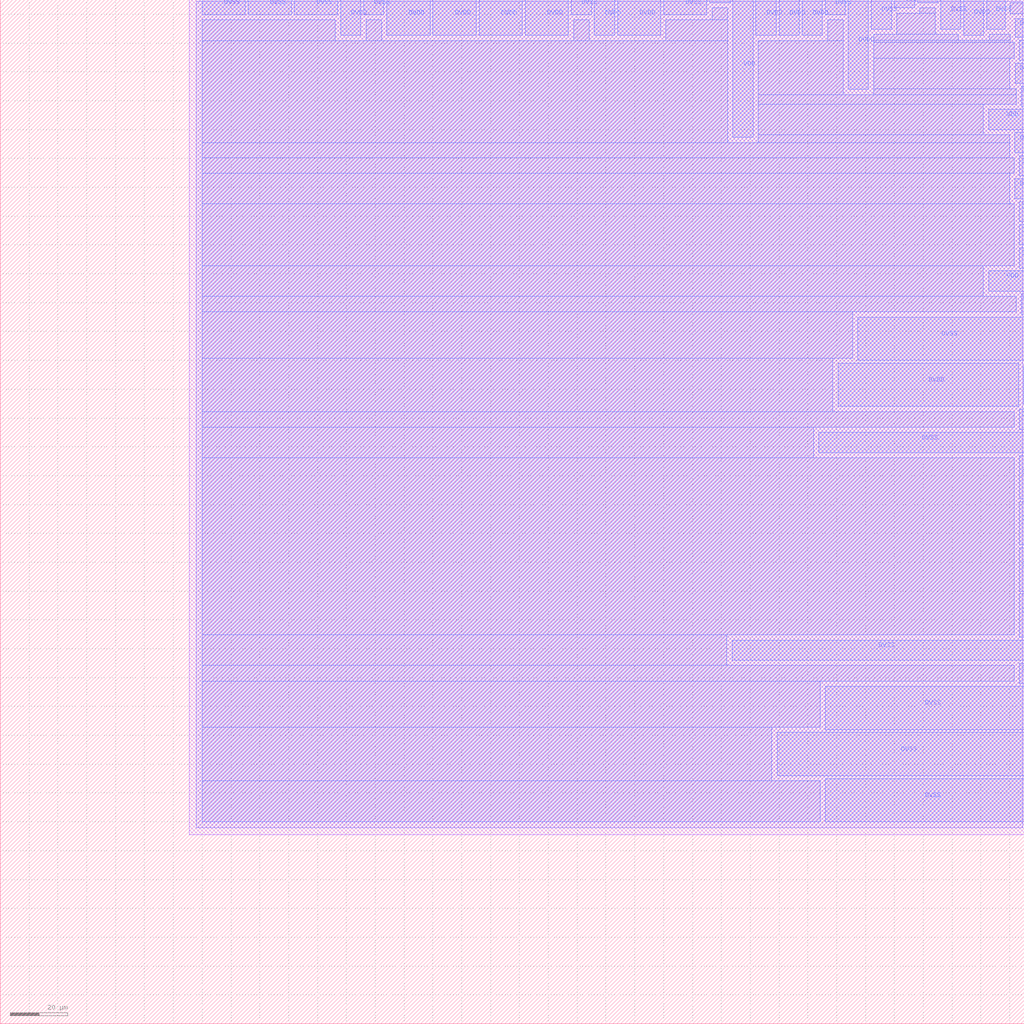
<source format=lef>
VERSION 5.7 ;
  NOWIREEXTENSIONATPIN ON ;
  DIVIDERCHAR "/" ;
  BUSBITCHARS "[]" ;
MACRO gf180mcu_fd_io__cor
  CLASS ENDCAP BOTTOMLEFT ;
  FOREIGN gf180mcu_fd_io__cor ;
  ORIGIN 0.000 0.000 ;
  SIZE 355.000 BY 355.000 ;
  SYMMETRY X Y R90 ;
  SITE GF_COR_Site ;
  PIN DVDD
    DIRECTION INOUT ;
    USE POWER ;
    PORT
      LAYER Metal3 ;
        RECT 334.000 342.775 341.000 355.000 ;
    END
    PORT
      LAYER Metal3 ;
        RECT 353.345 334.000 355.000 341.000 ;
    END
    PORT
      LAYER Metal3 ;
        RECT 294.000 323.930 301.000 355.000 ;
    END
    PORT
      LAYER Metal3 ;
        RECT 353.345 294.000 355.000 301.000 ;
    END
    PORT
      LAYER Metal3 ;
        RECT 278.000 342.640 285.000 355.000 ;
    END
    PORT
      LAYER Metal3 ;
        RECT 353.345 278.000 355.000 285.000 ;
    END
    PORT
      LAYER Metal3 ;
        RECT 270.000 342.640 277.000 355.000 ;
    END
    PORT
      LAYER Metal3 ;
        RECT 353.345 270.000 355.000 277.000 ;
    END
    PORT
      LAYER Metal3 ;
        RECT 262.000 342.640 269.000 355.000 ;
    END
    PORT
      LAYER Metal3 ;
        RECT 353.345 262.000 355.000 269.000 ;
    END
    PORT
      LAYER Metal3 ;
        RECT 214.000 342.640 229.000 355.000 ;
    END
    PORT
      LAYER Metal3 ;
        RECT 290.485 214.000 353.065 228.995 ;
    END
    PORT
      LAYER Metal3 ;
        RECT 206.000 342.640 213.000 355.000 ;
    END
    PORT
      LAYER Metal3 ;
        RECT 353.345 206.000 355.000 213.000 ;
    END
    PORT
      LAYER Metal3 ;
        RECT 182.000 342.640 197.000 355.000 ;
    END
    PORT
      LAYER Metal3 ;
        RECT 353.345 182.000 355.000 197.000 ;
    END
    PORT
      LAYER Metal3 ;
        RECT 166.000 342.640 181.000 355.000 ;
    END
    PORT
      LAYER Metal3 ;
        RECT 353.345 166.000 355.000 181.000 ;
    END
    PORT
      LAYER Metal3 ;
        RECT 150.000 342.640 165.000 355.000 ;
    END
    PORT
      LAYER Metal3 ;
        RECT 353.345 150.000 355.000 165.000 ;
    END
    PORT
      LAYER Metal3 ;
        RECT 134.000 342.640 149.000 355.000 ;
    END
    PORT
      LAYER Metal3 ;
        RECT 353.345 134.000 355.000 149.000 ;
    END
    PORT
      LAYER Metal3 ;
        RECT 118.000 342.640 125.000 355.000 ;
    END
    PORT
      LAYER Metal3 ;
        RECT 353.345 118.000 355.000 125.000 ;
    END
  END DVDD
  PIN DVSS
    DIRECTION INOUT ;
    USE GROUND ;
    PORT
      LAYER Metal3 ;
        RECT 342.000 344.850 348.390 355.000 ;
    END
    PORT
      LAYER Metal3 ;
        RECT 351.915 342.000 355.000 348.390 ;
    END
    PORT
      LAYER Metal3 ;
        RECT 326.000 344.850 333.000 355.000 ;
    END
    PORT
      LAYER Metal3 ;
        RECT 351.815 326.000 355.000 333.000 ;
    END
    PORT
      LAYER Metal3 ;
        RECT 302.000 344.850 309.000 355.000 ;
    END
    PORT
      LAYER Metal3 ;
        RECT 351.715 302.000 355.000 309.000 ;
    END
    PORT
      LAYER Metal3 ;
        RECT 286.000 349.785 293.000 355.000 ;
    END
    PORT
      LAYER Metal3 ;
        RECT 351.755 286.000 355.000 293.000 ;
    END
    PORT
      LAYER Metal3 ;
        RECT 230.000 349.785 245.000 355.000 ;
    END
    PORT
      LAYER Metal3 ;
        RECT 297.305 230.000 355.000 245.000 ;
    END
    PORT
      LAYER Metal3 ;
        RECT 198.000 349.785 205.000 355.000 ;
    END
    PORT
      LAYER Metal3 ;
        RECT 283.790 198.000 355.000 205.000 ;
    END
    PORT
      LAYER Metal3 ;
        RECT 126.000 349.785 133.000 355.000 ;
    END
    PORT
      LAYER Metal3 ;
        RECT 253.700 126.000 355.000 133.000 ;
    END
    PORT
      LAYER Metal3 ;
        RECT 102.000 349.785 117.000 355.000 ;
    END
    PORT
      LAYER Metal3 ;
        RECT 286.045 102.000 355.000 117.000 ;
    END
    PORT
      LAYER Metal3 ;
        RECT 86.000 349.785 101.000 355.000 ;
    END
    PORT
      LAYER Metal3 ;
        RECT 269.350 86.000 355.000 101.000 ;
    END
    PORT
      LAYER Metal3 ;
        RECT 70.000 349.785 85.000 355.000 ;
    END
    PORT
      LAYER Metal3 ;
        RECT 286.045 70.000 355.000 85.000 ;
    END
  END DVSS
  PIN VDD
    DIRECTION INOUT ;
    USE POWER ;
    PORT
      LAYER Metal3 ;
        RECT 310.000 352.150 317.000 355.000 ;
    END
    PORT
      LAYER Metal3 ;
        RECT 342.635 310.000 355.000 317.000 ;
    END
    PORT
      LAYER Metal3 ;
        RECT 254.000 307.295 261.000 355.000 ;
    END
    PORT
      LAYER Metal3 ;
        RECT 342.635 254.000 355.000 261.000 ;
    END
  END VDD
  PIN VSS
    DIRECTION INOUT ;
    USE GROUND ;
    PORT
      LAYER Metal3 ;
        RECT 318.000 354.000 325.000 355.000 ;
    END
    PORT
      LAYER Metal3 ;
        RECT 354.000 318.000 355.000 325.000 ;
    END
    PORT
      LAYER Metal3 ;
        RECT 246.000 354.000 253.000 355.000 ;
    END
    PORT
      LAYER Metal3 ;
        RECT 354.000 246.000 355.000 253.000 ;
    END
  END VSS
  OBS
      LAYER Metal1 ;
        RECT 65.540 65.540 355.000 355.000 ;
      LAYER Metal2 ;
        RECT 67.970 67.970 354.445 354.450 ;
      LAYER Metal3 ;
        RECT 246.800 347.985 252.200 352.200 ;
        RECT 318.800 350.350 324.200 352.200 ;
        RECT 70.000 340.840 116.200 347.985 ;
        RECT 126.800 340.840 132.200 347.985 ;
        RECT 198.800 340.840 204.200 347.985 ;
        RECT 230.800 340.840 252.200 347.985 ;
        RECT 286.800 340.840 292.200 347.985 ;
        RECT 310.800 343.050 324.200 350.350 ;
        RECT 350.190 350.190 355.000 354.000 ;
        RECT 70.000 305.495 252.200 340.840 ;
        RECT 262.800 322.130 292.200 340.840 ;
        RECT 302.800 340.975 332.200 343.050 ;
        RECT 342.800 340.975 350.115 343.050 ;
        RECT 302.800 340.200 350.115 340.975 ;
        RECT 302.800 334.800 351.545 340.200 ;
        RECT 302.800 324.200 350.015 334.800 ;
        RECT 302.800 322.130 352.200 324.200 ;
        RECT 262.800 318.800 352.200 322.130 ;
        RECT 262.800 308.200 340.835 318.800 ;
        RECT 262.800 305.495 349.915 308.200 ;
        RECT 70.000 300.200 349.915 305.495 ;
        RECT 70.000 294.800 351.545 300.200 ;
        RECT 70.000 284.200 349.955 294.800 ;
        RECT 70.000 262.800 351.545 284.200 ;
        RECT 70.000 252.200 340.835 262.800 ;
        RECT 70.000 246.800 352.200 252.200 ;
        RECT 70.000 230.795 295.505 246.800 ;
        RECT 70.000 212.200 288.685 230.795 ;
        RECT 354.865 214.800 355.000 228.200 ;
        RECT 70.000 206.800 351.545 212.200 ;
        RECT 70.000 196.200 281.990 206.800 ;
        RECT 70.000 134.800 351.545 196.200 ;
        RECT 70.000 124.200 251.900 134.800 ;
        RECT 70.000 118.800 351.545 124.200 ;
        RECT 70.000 102.800 284.245 118.800 ;
        RECT 70.000 84.200 267.550 102.800 ;
        RECT 70.000 70.000 284.245 84.200 ;
  END
END gf180mcu_fd_io__cor
END LIBRARY


</source>
